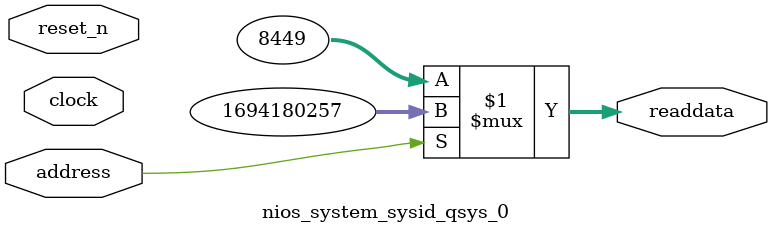
<source format=v>



// synthesis translate_off
`timescale 1ns / 1ps
// synthesis translate_on

// turn off superfluous verilog processor warnings 
// altera message_level Level1 
// altera message_off 10034 10035 10036 10037 10230 10240 10030 

module nios_system_sysid_qsys_0 (
               // inputs:
                address,
                clock,
                reset_n,

               // outputs:
                readdata
             )
;

  output  [ 31: 0] readdata;
  input            address;
  input            clock;
  input            reset_n;

  wire    [ 31: 0] readdata;
  //control_slave, which is an e_avalon_slave
  assign readdata = address ? 1694180257 : 8449;

endmodule



</source>
